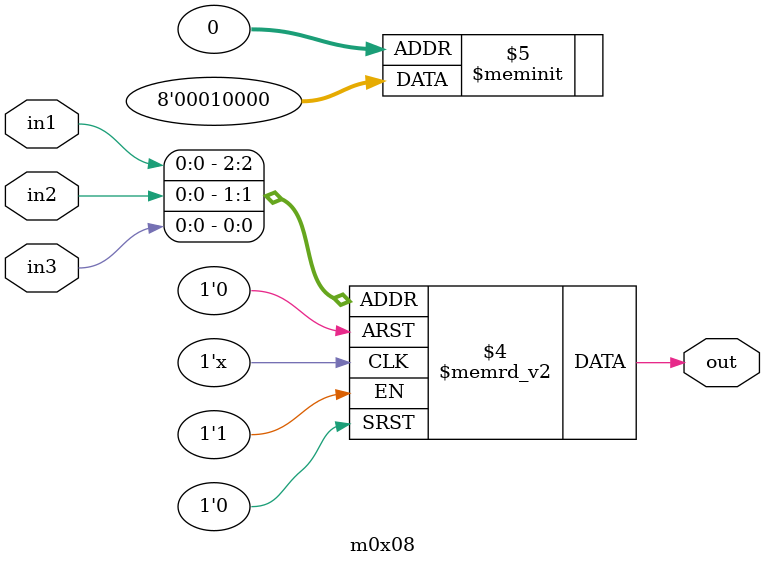
<source format=v>
module m0x08(output out, input in1, in2, in3);

   always @(in1, in2, in3)
     begin
        case({in1, in2, in3})
          3'b000: {out} = 1'b0;
          3'b001: {out} = 1'b0;
          3'b010: {out} = 1'b0;
          3'b011: {out} = 1'b0;
          3'b100: {out} = 1'b1;
          3'b101: {out} = 1'b0;
          3'b110: {out} = 1'b0;
          3'b111: {out} = 1'b0;
        endcase // case ({in1, in2, in3})
     end // always @ (in1, in2, in3)

endmodule // m0x08
</source>
